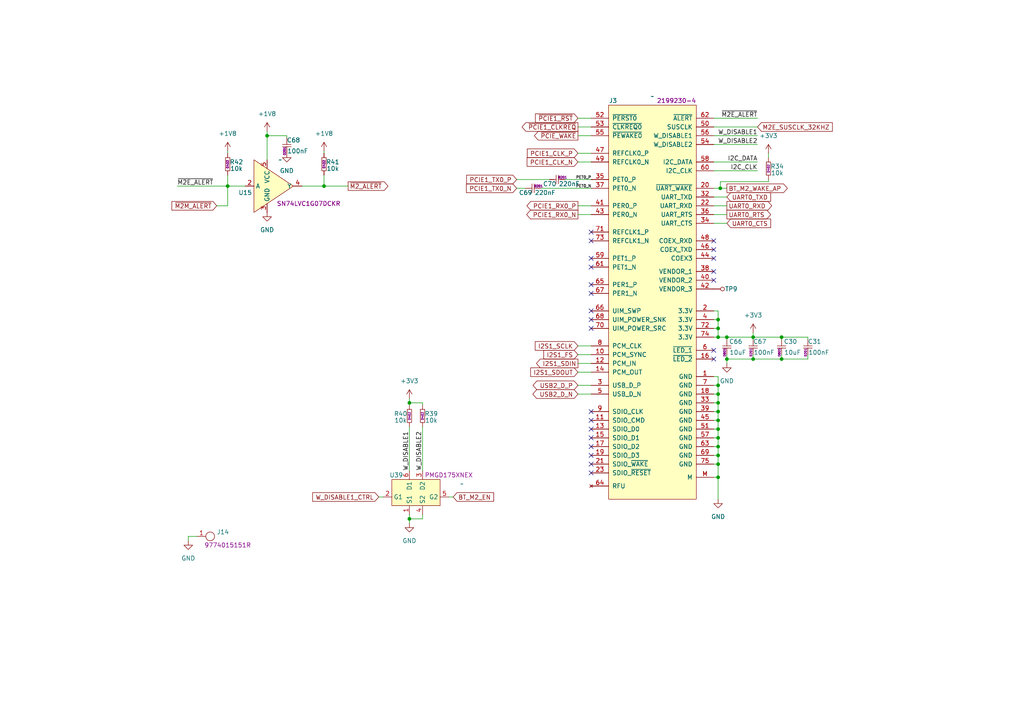
<source format=kicad_sch>
(kicad_sch (version 20230121) (generator eeschema)
  (paper "A4")
  (lib_symbols
    (symbol "antmicro_orin_baseboard:2199230-6" (pin_names (offset 1.016))
      (property "Reference" "J" (at 0 36.83 0))
      (property "Value" "2199230-6" (at 0 34.2931 0))
      (symbol "2199230-6_0_1"
        (rectangle (start -12.7 33.02) (end 12.7 -81.28) (fill (type background)))
      )
      (symbol "2199230-6_1_1"
        (pin power_in line (at 17.78 -45.72 180) (length 5.08) (name "GND") (number "1"))
        (pin bidirectional line (at -17.78 -39.37 0) (length 5.08) (name "PCM_SYNC") (number "10"))
        (pin bidirectional line (at -17.78 -58.42 0) (length 5.08) (name "SDIO_CMD") (number "11"))
        (pin bidirectional line (at -17.78 -41.91 0) (length 5.08) (name "PCM_IN") (number "12"))
        (pin bidirectional line (at -17.78 -60.96 0) (length 5.08) (name "SDIO_D0") (number "13"))
        (pin bidirectional line (at -17.78 -44.45 0) (length 5.08) (name "PCM_OUT") (number "14"))
        (pin bidirectional line (at -17.78 -63.5 0) (length 5.08) (name "SDIO_D1") (number "15"))
        (pin output line (at 17.78 -40.64 180) (length 5.08) (name "~{LED_2}") (number "16"))
        (pin bidirectional line (at -17.78 -66.04 0) (length 5.08) (name "SDIO_D2") (number "17"))
        (pin power_in line (at 17.78 -50.8 180) (length 5.08) (name "GND") (number "18"))
        (pin bidirectional line (at -17.78 -68.58 0) (length 5.08) (name "SDIO_D3") (number "19"))
        (pin power_in line (at 17.78 -26.67 180) (length 5.08) (name "3.3V") (number "2"))
        (pin output line (at 17.78 8.89 180) (length 5.08) (name "~{UART_WAKE}") (number "20"))
        (pin bidirectional line (at -17.78 -71.12 0) (length 5.08) (name "SDIO_~{WAKE}") (number "21"))
        (pin bidirectional line (at 17.78 3.81 180) (length 5.08) (name "UART_RXD") (number "22"))
        (pin input line (at -17.78 -73.66 0) (length 5.08) (name "SDIO_~{RESET}") (number "23"))
        (pin bidirectional line (at -17.78 -48.26 0) (length 5.08) (name "USB_D_P") (number "3"))
        (pin bidirectional line (at 17.78 6.35 180) (length 5.08) (name "UART_TXD") (number "32"))
        (pin power_in line (at 17.78 -53.34 180) (length 5.08) (name "GND") (number "33"))
        (pin bidirectional line (at 17.78 -1.27 180) (length 5.08) (name "UART_CTS") (number "34"))
        (pin input line (at -17.78 11.43 0) (length 5.08) (name "PET0_P") (number "35"))
        (pin bidirectional line (at 17.78 1.27 180) (length 5.08) (name "UART_RTS") (number "36"))
        (pin input line (at -17.78 8.89 0) (length 5.08) (name "PET0_N") (number "37"))
        (pin bidirectional line (at 17.78 -15.24 180) (length 5.08) (name "VENDOR_1") (number "38"))
        (pin power_in line (at 17.78 -55.88 180) (length 5.08) (name "GND") (number "39"))
        (pin power_in line (at 17.78 -29.21 180) (length 5.08) (name "3.3V") (number "4"))
        (pin bidirectional line (at 17.78 -17.78 180) (length 5.08) (name "VENDOR_2") (number "40"))
        (pin output line (at -17.78 3.81 0) (length 5.08) (name "PER0_P") (number "41"))
        (pin bidirectional line (at 17.78 -20.32 180) (length 5.08) (name "VENDOR_3") (number "42"))
        (pin output line (at -17.78 1.27 0) (length 5.08) (name "PER0_N") (number "43"))
        (pin bidirectional line (at 17.78 -11.43 180) (length 5.08) (name "COEX3") (number "44"))
        (pin power_in line (at 17.78 -58.42 180) (length 5.08) (name "GND") (number "45"))
        (pin bidirectional line (at 17.78 -8.89 180) (length 5.08) (name "COEX_TXD") (number "46"))
        (pin input line (at -17.78 19.05 0) (length 5.08) (name "REFCLK0_P") (number "47"))
        (pin bidirectional line (at 17.78 -6.35 180) (length 5.08) (name "COEX_RXD") (number "48"))
        (pin input line (at -17.78 16.51 0) (length 5.08) (name "REFCLK0_N") (number "49"))
        (pin bidirectional line (at -17.78 -50.8 0) (length 5.08) (name "USB_D_N") (number "5"))
        (pin input line (at 17.78 26.67 180) (length 5.08) (name "SUSCLK") (number "50"))
        (pin power_in line (at 17.78 -60.96 180) (length 5.08) (name "GND") (number "51"))
        (pin input line (at -17.78 29.21 0) (length 5.08) (name "~{PERST0}") (number "52"))
        (pin output line (at -17.78 26.67 0) (length 5.08) (name "~{CLKREQ0}") (number "53"))
        (pin input line (at 17.78 21.59 180) (length 5.08) (name "W_DISABLE2") (number "54"))
        (pin output line (at -17.78 24.13 0) (length 5.08) (name "~{PEWAKE0}") (number "55"))
        (pin input line (at 17.78 24.13 180) (length 5.08) (name "W_DISABLE1") (number "56"))
        (pin power_in line (at 17.78 -63.5 180) (length 5.08) (name "GND") (number "57"))
        (pin bidirectional line (at 17.78 16.51 180) (length 5.08) (name "I2C_DATA") (number "58"))
        (pin input line (at -17.78 -11.43 0) (length 5.08) (name "PET1_P") (number "59"))
        (pin output line (at 17.78 -38.1 180) (length 5.08) (name "~{LED_1}") (number "6"))
        (pin bidirectional line (at 17.78 13.97 180) (length 5.08) (name "I2C_CLK") (number "60"))
        (pin input line (at -17.78 -13.97 0) (length 5.08) (name "PET1_N") (number "61"))
        (pin output line (at 17.78 29.21 180) (length 5.08) (name "~{ALERT}") (number "62"))
        (pin power_in line (at 17.78 -66.04 180) (length 5.08) (name "GND") (number "63"))
        (pin no_connect line (at -17.78 -77.47 0) (length 5.08) (name "RFU") (number "64"))
        (pin output line (at -17.78 -19.05 0) (length 5.08) (name "PER1_P") (number "65"))
        (pin bidirectional line (at -17.78 -26.67 0) (length 5.08) (name "UIM_SWP") (number "66"))
        (pin output line (at -17.78 -21.59 0) (length 5.08) (name "PER1_N") (number "67"))
        (pin bidirectional line (at -17.78 -29.21 0) (length 5.08) (name "UIM_POWER_SNK") (number "68"))
        (pin power_in line (at 17.78 -68.58 180) (length 5.08) (name "GND") (number "69"))
        (pin power_in line (at 17.78 -48.26 180) (length 5.08) (name "GND") (number "7"))
        (pin bidirectional line (at -17.78 -31.75 0) (length 5.08) (name "UIM_POWER_SRC") (number "70"))
        (pin input line (at -17.78 -3.81 0) (length 5.08) (name "REFCLK1_P") (number "71"))
        (pin power_in line (at 17.78 -31.75 180) (length 5.08) (name "3.3V") (number "72"))
        (pin input line (at -17.78 -6.35 0) (length 5.08) (name "REFCLK1_N") (number "73"))
        (pin power_in line (at 17.78 -34.29 180) (length 5.08) (name "3.3V") (number "74"))
        (pin power_in line (at 17.78 -71.12 180) (length 5.08) (name "GND") (number "75"))
        (pin bidirectional line (at -17.78 -36.83 0) (length 5.08) (name "PCM_CLK") (number "8"))
        (pin input line (at -17.78 -55.88 0) (length 5.08) (name "SDIO_CLK") (number "9"))
        (pin passive line (at 17.78 -74.93 180) (length 5.08) (name "M") (number "M"))
      )
    )
    (symbol "antmicro_orin_baseboard:TP_SMD_0_75MM" (pin_numbers hide) (pin_names (offset 0))
      (property "Reference" "TP" (at -2.54 1.27 0))
      (symbol "TP_SMD_0_75MM_0_1"
        (circle (center 0 0) (radius 0.5588))
      )
      (symbol "TP_SMD_0_75MM_1_1"
        (pin passive line (at 0 2.54 270) (length 1.905) (name "~") (number "1"))
      )
    )
    (symbol "power:+1V8" (power) (pin_names (offset 0))
      (property "Value" "+1V8" (at 0 3.556 0))
      (symbol "+1V8_0_1"
        (polyline (pts (xy -0.762 1.27) (xy 0 2.54)))
        (polyline (pts (xy 0 0) (xy 0 2.54)))
        (polyline (pts (xy 0 2.54) (xy 0.762 1.27)))
      )
      (symbol "+1V8_1_1"
        (pin power_in line (at 0 0 90) (length 0) hide (name "+1V8") (number "1"))
      )
    )
    (symbol "power:+3V3" (power) (pin_names (offset 0))
      (property "Value" "+3V3" (at 0 3.556 0))
      (symbol "+3V3_0_1"
        (polyline (pts (xy -0.762 1.27) (xy 0 2.54)))
        (polyline (pts (xy 0 0) (xy 0 2.54)))
        (polyline (pts (xy 0 2.54) (xy 0.762 1.27)))
      )
      (symbol "+3V3_1_1"
        (pin power_in line (at 0 0 90) (length 0) hide (name "+3V3") (number "1"))
      )
    )
    (symbol "power:GND" (power) (pin_names (offset 0))
      (property "Value" "GND" (at 0 -3.81 0))
      (symbol "GND_0_1"
        (polyline (pts (xy 0 0) (xy 0 -1.27) (xy 1.27 -1.27) (xy 0 -2.54) (xy -1.27 -1.27) (xy 0 -1.27)))
      )
      (symbol "GND_1_1"
        (pin power_in line (at 0 0 270) (length 0) hide (name "GND") (number "1"))
      )
    )
    (symbol "the_backrooms:PMGD175XNE"
      (property "Reference" "U" (at 0 0 0))
      (property "Value" "PMGD175XNE" (at 0 0 0))
      (symbol "PMGD175XNE_1_1"
        (rectangle (start 2.54 -2.54) (end 16.51 -10.16) (fill (type background)))
        (pin free line (at 7.62 -12.7 90) (length 2.54) (name "S1") (number "1"))
        (pin free line (at 0 -7.62 0) (length 2.54) (name "G1") (number "2"))
        (pin free line (at 11.43 0 270) (length 2.54) (name "D2") (number "3"))
        (pin free line (at 11.43 -12.7 90) (length 2.54) (name "S2") (number "4"))
        (pin free line (at 19.05 -7.62 180) (length 2.54) (name "G2") (number "5"))
        (pin free line (at 7.62 0 270) (length 2.54) (name "D1") (number "6"))
      )
    )
    (symbol "the_backrooms:SN74LVC1G07"
      (property "Reference" "U" (at 0 0 0))
      (symbol "SN74LVC1G07_1_1"
        (polyline (pts (xy -3.81 -7.62) (xy 3.81 -2.54) (xy 7.62 0) (xy 7.62 -15.24) (xy -3.81 -7.62)) (fill (type background)))
        (pin input line (at 10.16 -7.62 180) (length 2.54) (name "A") (number "2"))
        (pin power_in line (at 3.81 -15.24 90) (length 2.54) (name "GND") (number "3"))
        (pin output line (at -6.35 -7.62 0) (length 2.54) (name "Y") (number "4"))
        (pin power_in line (at 3.81 0 270) (length 2.54) (name "VCC") (number "5"))
      )
    )
    (symbol "the_backrooms:cap_0201"
      (property "Reference" "C" (at -0.635 0 0))
      (property "Package/Case" "0201" (at -1.27 1.27 0))
      (symbol "cap_0201_0_1"
        (polyline (pts (xy 1.905 0) (xy 1.905 -1.27)))
        (polyline (pts (xy 2.54 1.27) (xy 2.54 -1.27)))
        (polyline (pts (xy 3.175 0) (xy 2.54 0)))
        (polyline (pts (xy 1.27 0) (xy 1.905 0) (xy 1.905 1.27)))
      )
      (symbol "cap_0201_1_1"
        (pin free line (at 0 0 0) (length 1.27) (name "") (number "1"))
        (pin free line (at 4.445 0 180) (length 1.27) (name "") (number "2"))
      )
    )
    (symbol "the_backrooms:cap_0805"
      (property "Reference" "C" (at 0 0 0))
      (property "Package/Case" "0805" (at 0 0 0))
      (symbol "cap_0805_0_1"
        (polyline (pts (xy 1.905 0) (xy 1.905 -1.27)))
        (polyline (pts (xy 2.54 1.27) (xy 2.54 -1.27)))
        (polyline (pts (xy 3.175 0) (xy 2.54 0)))
        (polyline (pts (xy 1.27 0) (xy 1.905 0) (xy 1.905 1.27)))
      )
      (symbol "cap_0805_1_1"
        (pin free line (at 0 0 0) (length 1.27) (name "") (number "1"))
        (pin free line (at 4.445 0 180) (length 1.27) (name "") (number "2"))
      )
    )
    (symbol "the_backrooms:m.2_mounting"
      (property "Reference" "J" (at 0 0 0))
      (property "Value" "m.2_mounting" (at 0 0 0))
      (symbol "m.2_mounting_0_1"
        (circle (center 1.27 0) (radius 1.27))
      )
      (symbol "m.2_mounting_1_1"
        (pin input line (at -2.54 0 0) (length 2.54) (name "GND") (number "1"))
      )
    )
    (symbol "the_backrooms:res_0402"
      (property "Reference" "R" (at 3.175 -1.905 0))
      (property "Package/Case" "0402" (at -3.175 1.905 0))
      (symbol "res_0402_0_1"
        (rectangle (start 1.27 0.635) (end 5.08 -0.635))
      )
      (symbol "res_0402_1_1"
        (pin free line (at 0 0 0) (length 1.27) (name "") (number "1"))
        (pin free line (at 6.35 0 180) (length 1.27) (name "") (number "2"))
      )
    )
  )
  (junction (at 226.695 104.14))
  (junction (at 208.28 129.54))
  (junction (at 208.28 119.38))
  (junction (at 77.47 39.37))
  (junction (at 210.82 104.14))
  (junction (at 208.28 97.79))
  (junction (at 208.915 54.61))
  (junction (at 208.28 121.92))
  (junction (at 208.28 114.3))
  (junction (at 218.44 97.79))
  (junction (at 93.98 53.975))
  (junction (at 226.695 97.79))
  (junction (at 208.28 111.76))
  (junction (at 218.44 104.14))
  (junction (at 208.28 134.62))
  (junction (at 118.745 150.495))
  (junction (at 208.28 132.08))
  (junction (at 208.28 127))
  (junction (at 208.28 116.84))
  (junction (at 208.28 95.25))
  (junction (at 66.04 53.975))
  (junction (at 210.82 97.79))
  (junction (at 208.28 138.43))
  (junction (at 208.28 92.71))
  (junction (at 118.745 116.84))
  (junction (at 208.28 124.46))
  (no_connect (at 171.45 82.55))
  (no_connect (at 171.45 129.54))
  (no_connect (at 171.45 74.93))
  (no_connect (at 171.45 124.46))
  (no_connect (at 171.45 77.47))
  (no_connect (at 171.45 92.71))
  (no_connect (at 171.45 119.38))
  (no_connect (at 171.45 132.08))
  (no_connect (at 207.01 81.28))
  (no_connect (at 171.45 90.17))
  (no_connect (at 207.01 78.74))
  (no_connect (at 171.45 134.62))
  (no_connect (at 171.45 127))
  (no_connect (at 207.01 72.39))
  (no_connect (at 207.01 101.6))
  (no_connect (at 207.01 104.14))
  (no_connect (at 171.45 95.25))
  (no_connect (at 207.01 74.93))
  (no_connect (at 171.45 137.16))
  (no_connect (at 171.45 67.31))
  (no_connect (at 171.45 121.92))
  (no_connect (at 171.45 85.09))
  (no_connect (at 207.01 69.85))
  (no_connect (at 171.45 69.85))
  (wire (pts (xy 210.82 104.14) (xy 210.82 105.41)))
  (wire (pts (xy 207.01 62.23) (xy 210.82 62.23)))
  (wire (pts (xy 207.01 129.54) (xy 208.28 129.54)))
  (wire (pts (xy 208.915 54.61) (xy 210.82 54.61)))
  (wire (pts (xy 167.64 105.41) (xy 171.45 105.41)))
  (wire (pts (xy 208.28 138.43) (xy 208.28 134.62)))
  (wire (pts (xy 207.01 39.37) (xy 219.71 39.37)))
  (wire (pts (xy 66.04 50.8) (xy 66.04 53.975)))
  (wire (pts (xy 77.47 46.355) (xy 77.47 39.37)))
  (wire (pts (xy 93.98 43.815) (xy 93.98 44.45)))
  (wire (pts (xy 83.185 39.37) (xy 83.185 40.005)))
  (wire (pts (xy 208.28 134.62) (xy 208.28 132.08)))
  (wire (pts (xy 222.885 44.45) (xy 222.885 45.72)))
  (wire (pts (xy 109.855 144.145) (xy 111.125 144.145)))
  (wire (pts (xy 207.01 41.91) (xy 219.71 41.91)))
  (wire (pts (xy 167.64 111.76) (xy 171.45 111.76)))
  (wire (pts (xy 87.63 53.975) (xy 93.98 53.975)))
  (wire (pts (xy 163.83 52.07) (xy 171.45 52.07)))
  (wire (pts (xy 66.04 59.69) (xy 66.04 53.975)))
  (wire (pts (xy 210.82 104.14) (xy 218.44 104.14)))
  (wire (pts (xy 207.01 114.3) (xy 208.28 114.3)))
  (wire (pts (xy 167.64 102.87) (xy 171.45 102.87)))
  (wire (pts (xy 208.28 97.79) (xy 210.82 97.79)))
  (wire (pts (xy 210.82 102.87) (xy 210.82 104.14)))
  (wire (pts (xy 66.04 43.815) (xy 66.04 44.45)))
  (wire (pts (xy 208.28 121.92) (xy 207.01 121.92)))
  (wire (pts (xy 208.28 138.43) (xy 208.28 144.78)))
  (wire (pts (xy 226.695 97.79) (xy 226.695 98.425)))
  (wire (pts (xy 208.28 119.38) (xy 208.28 121.92)))
  (wire (pts (xy 218.44 96.52) (xy 218.44 97.79)))
  (wire (pts (xy 51.435 53.975) (xy 66.04 53.975)))
  (wire (pts (xy 167.64 39.37) (xy 171.45 39.37)))
  (wire (pts (xy 234.315 102.87) (xy 234.315 104.14)))
  (wire (pts (xy 207.01 124.46) (xy 208.28 124.46)))
  (wire (pts (xy 208.28 114.3) (xy 208.28 116.84)))
  (wire (pts (xy 118.745 150.495) (xy 118.745 151.765)))
  (wire (pts (xy 54.61 155.575) (xy 57.15 155.575)))
  (wire (pts (xy 122.555 116.84) (xy 122.555 117.475)))
  (wire (pts (xy 234.315 97.79) (xy 234.315 98.425)))
  (wire (pts (xy 208.28 127) (xy 207.01 127)))
  (wire (pts (xy 207.01 138.43) (xy 208.28 138.43)))
  (wire (pts (xy 208.28 116.84) (xy 207.01 116.84)))
  (wire (pts (xy 208.28 129.54) (xy 208.28 127)))
  (wire (pts (xy 208.28 124.46) (xy 208.28 121.92)))
  (wire (pts (xy 167.64 44.45) (xy 171.45 44.45)))
  (wire (pts (xy 122.555 123.825) (xy 122.555 136.525)))
  (wire (pts (xy 149.86 52.07) (xy 159.385 52.07)))
  (wire (pts (xy 118.745 115.57) (xy 118.745 116.84)))
  (wire (pts (xy 208.28 119.38) (xy 208.28 116.84)))
  (wire (pts (xy 167.64 34.29) (xy 171.45 34.29)))
  (wire (pts (xy 208.28 97.79) (xy 207.01 97.79)))
  (wire (pts (xy 222.885 52.705) (xy 222.885 52.07)))
  (wire (pts (xy 207.01 46.99) (xy 219.71 46.99)))
  (wire (pts (xy 167.64 62.23) (xy 171.45 62.23)))
  (wire (pts (xy 149.86 54.61) (xy 152.4 54.61)))
  (wire (pts (xy 122.555 150.495) (xy 118.745 150.495)))
  (wire (pts (xy 122.555 149.225) (xy 122.555 150.495)))
  (wire (pts (xy 118.745 123.825) (xy 118.745 136.525)))
  (wire (pts (xy 208.28 132.08) (xy 207.01 132.08)))
  (wire (pts (xy 167.64 59.69) (xy 171.45 59.69)))
  (wire (pts (xy 156.845 54.61) (xy 171.45 54.61)))
  (wire (pts (xy 93.98 53.975) (xy 100.965 53.975)))
  (wire (pts (xy 167.64 114.3) (xy 171.45 114.3)))
  (wire (pts (xy 208.28 124.46) (xy 208.28 127)))
  (wire (pts (xy 208.28 114.3) (xy 208.28 111.76)))
  (wire (pts (xy 218.44 104.14) (xy 226.695 104.14)))
  (wire (pts (xy 207.01 36.83) (xy 219.71 36.83)))
  (wire (pts (xy 208.28 129.54) (xy 208.28 132.08)))
  (wire (pts (xy 210.82 97.79) (xy 210.82 98.425)))
  (wire (pts (xy 118.745 116.84) (xy 122.555 116.84)))
  (wire (pts (xy 118.745 150.495) (xy 118.745 149.225)))
  (wire (pts (xy 226.695 97.79) (xy 234.315 97.79)))
  (wire (pts (xy 207.01 54.61) (xy 208.915 54.61)))
  (wire (pts (xy 208.28 95.25) (xy 208.28 97.79)))
  (wire (pts (xy 234.315 104.14) (xy 226.695 104.14)))
  (wire (pts (xy 210.82 97.79) (xy 218.44 97.79)))
  (wire (pts (xy 207.01 34.29) (xy 219.71 34.29)))
  (wire (pts (xy 207.01 90.17) (xy 208.28 90.17)))
  (wire (pts (xy 77.47 39.37) (xy 83.185 39.37)))
  (wire (pts (xy 167.64 107.95) (xy 171.45 107.95)))
  (wire (pts (xy 208.915 54.61) (xy 208.915 52.705)))
  (wire (pts (xy 208.28 109.22) (xy 208.28 111.76)))
  (wire (pts (xy 218.44 104.14) (xy 218.44 102.87)))
  (wire (pts (xy 54.61 155.575) (xy 54.61 156.845)))
  (wire (pts (xy 207.01 57.15) (xy 210.82 57.15)))
  (wire (pts (xy 208.28 92.71) (xy 208.28 95.25)))
  (wire (pts (xy 207.01 59.69) (xy 210.82 59.69)))
  (wire (pts (xy 207.01 49.53) (xy 219.71 49.53)))
  (wire (pts (xy 77.47 38.1) (xy 77.47 39.37)))
  (wire (pts (xy 208.915 52.705) (xy 222.885 52.705)))
  (wire (pts (xy 93.98 50.8) (xy 93.98 53.975)))
  (wire (pts (xy 118.745 116.84) (xy 118.745 117.475)))
  (wire (pts (xy 208.28 95.25) (xy 207.01 95.25)))
  (wire (pts (xy 167.64 100.33) (xy 171.45 100.33)))
  (wire (pts (xy 208.28 90.17) (xy 208.28 92.71)))
  (wire (pts (xy 208.28 92.71) (xy 207.01 92.71)))
  (wire (pts (xy 208.28 111.76) (xy 207.01 111.76)))
  (wire (pts (xy 62.865 59.69) (xy 66.04 59.69)))
  (wire (pts (xy 167.64 36.83) (xy 171.45 36.83)))
  (wire (pts (xy 207.01 119.38) (xy 208.28 119.38)))
  (wire (pts (xy 207.01 64.77) (xy 210.82 64.77)))
  (wire (pts (xy 66.04 53.975) (xy 71.12 53.975)))
  (wire (pts (xy 226.695 104.14) (xy 226.695 102.87)))
  (wire (pts (xy 218.44 97.79) (xy 218.44 98.425)))
  (wire (pts (xy 130.175 144.145) (xy 131.445 144.145)))
  (wire (pts (xy 207.01 109.22) (xy 208.28 109.22)))
  (wire (pts (xy 207.01 134.62) (xy 208.28 134.62)))
  (wire (pts (xy 167.64 46.99) (xy 171.45 46.99)))
  (wire (pts (xy 218.44 97.79) (xy 226.695 97.79)))
  (label "I2C_CLK" (at 219.71 49.53 180))
  (label "W_DISABLE1" (at 118.745 136.525 90))
  (label "~{M2E_ALERT}" (at 51.435 53.975 0))
  (label "~{M2E_ALERT}" (at 219.71 34.29 180))
  (label "PET0_P" (at 167.005 52.07 0) (effects (font (size 0.8 0.8))))
  (label "I2C_DATA" (at 219.71 46.99 180))
  (label "PET0_N" (at 167.005 54.61 0) (effects (font (size 0.8 0.8))))
  (label "W_DISABLE2" (at 219.71 41.91 180))
  (label "W_DISABLE2" (at 122.555 136.525 90))
  (label "W_DISABLE1" (at 219.71 39.37 180))
  (global_label "PCIE1_TX0_P" (shape input) (at 149.86 52.07 180) (property "Intersheetrefs" "${INTERSHEET_REFS}" (at 134.7797 52.07 0) (effects (justify right))))
  (global_label "UART0_TXD" (shape input) (at 210.82 57.15 0) (property "Intersheetrefs" "${INTERSHEET_REFS}" (at 224.0861 57.15 0) (effects (justify left))))
  (global_label "W_DISABLE1_CTRL" (shape input) (at 109.855 144.145 180) (property "Intersheetrefs" "${INTERSHEET_REFS}" (at 90.118 144.145 0) (effects (justify right))))
  (global_label "~{PCIE1_CLKREQ}" (shape output) (at 167.64 36.83 180) (property "Intersheetrefs" "${INTERSHEET_REFS}" (at 150.8663 36.83 0) (effects (justify right))))
  (global_label "I2S1_SDIN" (shape output) (at 167.64 105.41 180) (property "Intersheetrefs" "${INTERSHEET_REFS}" (at 155.0391 105.41 0) (effects (justify right))))
  (global_label "PCIE1_TX0_N" (shape input) (at 149.86 54.61 180) (property "Intersheetrefs" "${INTERSHEET_REFS}" (at 134.7192 54.61 0) (effects (justify right))))
  (global_label "PCIE1_RX0_N" (shape output) (at 167.64 62.23 180) (property "Intersheetrefs" "${INTERSHEET_REFS}" (at 152.1968 62.23 0) (effects (justify right))))
  (global_label "~{M2_ALERT}" (shape output) (at 100.965 53.975 0) (property "Intersheetrefs" "${INTERSHEET_REFS}" (at 113.082 53.975 0) (effects (justify left))))
  (global_label "BT_M2_WAKE_AP" (shape output) (at 210.82 54.61 0) (property "Intersheetrefs" "${INTERSHEET_REFS}" (at 228.9241 54.61 0) (effects (justify left))))
  (global_label "~{PCIE_WAKE}" (shape output) (at 167.64 39.37 180) (property "Intersheetrefs" "${INTERSHEET_REFS}" (at 154.4344 39.37 0) (effects (justify right))))
  (global_label "~{PCIE1_RST}" (shape input) (at 167.64 34.29 180) (property "Intersheetrefs" "${INTERSHEET_REFS}" (at 154.7368 34.29 0) (effects (justify right))))
  (global_label "UART0_CTS" (shape input) (at 210.82 64.77 0) (property "Intersheetrefs" "${INTERSHEET_REFS}" (at 224.0861 64.77 0) (effects (justify left))))
  (global_label "UART0_RTS" (shape output) (at 210.82 62.23 0) (property "Intersheetrefs" "${INTERSHEET_REFS}" (at 224.0861 62.23 0) (effects (justify left))))
  (global_label "I2S1_SCLK" (shape input) (at 167.64 100.33 180) (property "Intersheetrefs" "${INTERSHEET_REFS}" (at 154.6763 100.33 0) (effects (justify right))))
  (global_label "PCIE1_CLK_P" (shape input) (at 167.64 44.45 180) (property "Intersheetrefs" "${INTERSHEET_REFS}" (at 152.3782 44.45 0) (effects (justify right))))
  (global_label "BT_M2_EN" (shape input) (at 131.445 144.145 0) (property "Intersheetrefs" "${INTERSHEET_REFS}" (at 143.7434 144.145 0) (effects (justify left))))
  (global_label "PCIE1_RX0_P" (shape output) (at 167.64 59.69 180) (property "Intersheetrefs" "${INTERSHEET_REFS}" (at 152.2573 59.69 0) (effects (justify right))))
  (global_label "PCIE1_CLK_N" (shape input) (at 167.64 46.99 180) (property "Intersheetrefs" "${INTERSHEET_REFS}" (at 152.3177 46.99 0) (effects (justify right))))
  (global_label "USB2_D_P" (shape bidirectional) (at 167.64 111.76 180) (property "Intersheetrefs" "${INTERSHEET_REFS}" (at 154.0488 111.76 0) (effects (justify right))))
  (global_label "I2S1_FS" (shape input) (at 167.64 102.87 180) (property "Intersheetrefs" "${INTERSHEET_REFS}" (at 157.1558 102.87 0) (effects (justify right))))
  (global_label "M2E_SUSCLK_32KHZ" (shape input) (at 219.71 36.83 0) (property "Intersheetrefs" "${INTERSHEET_REFS}" (at 241.9869 36.83 0) (effects (justify left))))
  (global_label "~{M2M_ALERT}" (shape input) (at 62.865 59.69 180) (property "Intersheetrefs" "${INTERSHEET_REFS}" (at 49.2966 59.69 0) (effects (justify right))))
  (global_label "UART0_RXD" (shape output) (at 210.82 59.69 0) (property "Intersheetrefs" "${INTERSHEET_REFS}" (at 224.3885 59.69 0) (effects (justify left))))
  (global_label "I2S1_SDOUT" (shape input) (at 167.64 107.95 180) (property "Intersheetrefs" "${INTERSHEET_REFS}" (at 153.3458 107.95 0) (effects (justify right))))
  (global_label "USB2_D_N" (shape bidirectional) (at 167.64 114.3 180) (property "Intersheetrefs" "${INTERSHEET_REFS}" (at 153.9883 114.3 0) (effects (justify right))))
  (symbol (lib_id "power:+3V3") (at 118.745 115.57 0) (unit 1)
    (property "Reference" "#PWR0130" (effects hide))
    (property "Value" "+3V3" (at 118.745 110.49 0))
  )
  (symbol (lib_id "power:GND") (at 210.82 105.41 0) (unit 1)
    (property "Reference" "#PWR0133" (effects hide))
    (property "Value" "GND" (at 210.82 110.49 0))
  )
  (symbol (lib_id "the_backrooms:PMGD175XNE") (at 111.125 136.525 0) (unit 1)
    (property "Reference" "U39" (at 114.935 137.795 0))
    (property "Value" "~" (at 133.985 140.335 0))
    (property "Footprint" "the_backrooms:PMGD175XNE" (effects hide))
    (property "Datasheet" "https://www.mouser.de/datasheet/2/916/PMGD175XNE-2938677.pdf" (effects hide))
    (property "Mfr. No." "PMGD175XNEX" (at 130.175 137.795 0))
    (property "Package/Case" "TSSOP-6" (effects hide))
    (property "Description" "MOSFET PMGD175XNE/SOT363/SC-88" (effects hide))
  )
  (symbol (lib_id "the_backrooms:res_0402") (at 122.555 117.475 270) (unit 1)
    (property "Reference" "R39" (at 125.095 120.015 90))
    (property "Value" "10k" (at 125.095 121.92 90))
    (property "Footprint" "the_backrooms:0402_res" (effects hide))
    (property "Package/Case" "0402" (at 122.555 120.65 0) (effects (font (size 0.635 0.635))))
    (property "Mfr. No." "MCS04020C1002FE000" (effects hide))
  )
  (symbol (lib_id "power:+1V8") (at 66.04 43.815 0) (unit 1)
    (property "Reference" "#PWR0139" (effects hide))
    (property "Value" "+1V8" (at 66.04 38.735 0))
  )
  (symbol (lib_id "the_backrooms:cap_0201") (at 156.845 54.61 180) (unit 1)
    (property "Reference" "C69" (at 150.495 55.88 0) (effects (justify right)))
    (property "Value" "220nF" (at 158.115 55.88 0))
    (property "Footprint" "the_backrooms:cap_0201" (effects hide))
    (property "Package/Case" "0201" (at 154.94 53.975 0) (effects (font (size 0.635 0.635)) (justify right)))
    (property "Mfr. No." "GRM033R61E224KE01J" (effects hide))
  )
  (symbol (lib_id "the_backrooms:cap_0805") (at 210.82 102.87 90) (unit 1)
    (property "Reference" "C66" (at 211.455 99.06 90) (effects (justify right)))
    (property "Value" "10uF" (at 213.995 102.235 90))
    (property "Footprint" "the_backrooms:0805" (effects hide))
    (property "Package/Case" "0805" (at 210.185 100.965 0) (effects (font (size 0.635 0.635)) (justify right)))
    (property "Mfr. No." "GRM21BR71A106KA73K" (effects hide))
  )
  (symbol (lib_id "the_backrooms:res_0402") (at 118.745 117.475 90) (mirror x) (unit 1)
    (property "Reference" "R40" (at 116.205 120.015 90))
    (property "Value" "10k" (at 116.205 121.92 90))
    (property "Footprint" "the_backrooms:0402_res" (effects hide))
    (property "Package/Case" "0402" (at 118.745 120.65 0) (effects (font (size 0.635 0.635))))
    (property "Mfr. No." "MCS04020C1002FE000" (effects hide))
  )
  (symbol (lib_id "the_backrooms:cap_0805") (at 226.695 102.87 90) (unit 1)
    (property "Reference" "C30" (at 227.33 99.06 90) (effects (justify right)))
    (property "Value" "10uF" (at 229.87 102.235 90))
    (property "Footprint" "the_backrooms:0805" (effects hide))
    (property "Package/Case" "0805" (at 226.06 100.965 0) (effects (font (size 0.635 0.635)) (justify right)))
    (property "Mfr. No." "GRM21BR71A106KA73K" (effects hide))
  )
  (symbol (lib_id "power:+1V8") (at 77.47 38.1 0) (unit 1)
    (property "Reference" "#PWR0142" (effects hide))
    (property "Value" "+1V8" (at 77.47 33.02 0))
  )
  (symbol (lib_id "power:+1V8") (at 93.98 43.815 0) (unit 1)
    (property "Reference" "#PWR0143" (effects hide))
    (property "Value" "+1V8" (at 93.98 38.735 0))
  )
  (symbol (lib_id "the_backrooms:res_0402") (at 222.885 45.72 270) (unit 1)
    (property "Reference" "R34" (at 225.425 48.26 90))
    (property "Value" "10k" (at 225.425 50.165 90))
    (property "Footprint" "the_backrooms:0402_res" (effects hide))
    (property "Package/Case" "0402" (at 222.885 48.895 0) (effects (font (size 0.635 0.635))))
    (property "Mfr. No." "MCS04020C1002FE000" (effects hide))
  )
  (symbol (lib_id "the_backrooms:res_0402") (at 93.98 44.45 270) (unit 1)
    (property "Reference" "R41" (at 96.52 46.99 90))
    (property "Value" "10k" (at 96.52 48.895 90))
    (property "Footprint" "the_backrooms:0402_res" (effects hide))
    (property "Package/Case" "0402" (at 93.98 47.625 0) (effects (font (size 0.635 0.635))))
    (property "Mfr. No." "MCS04020C1002FE000" (effects hide))
  )
  (symbol (lib_id "power:GND") (at 208.28 144.78 0) (unit 1)
    (property "Reference" "#PWR0128" (effects hide))
    (property "Value" "GND" (at 208.28 149.86 0))
  )
  (symbol (lib_id "antmicro_orin_baseboard:2199230-6") (at 189.23 63.5 0) (unit 1)
    (property "Reference" "J3" (at 177.8 29.21 0))
    (property "Value" "~" (at 189.23 27.94 0))
    (property "Footprint" "the_backrooms:2199230-4" (effects hide))
    (property "Datasheet" "https://www.mouser.de/datasheet/2/418/7/ENG_CD_2199230_B3-2029500.pdf" (effects hide))
    (property "MPN" "2199230-6 " (effects hide))
    (property "Manufacturer" "TE Connectivity " (effects hide))
    (property "Mfr. No." "2199230-4" (at 196.215 29.21 0))
    (property "Description" "PCI Express/PCI Connectors .5PITCH 4.2H KEY E EMBOSS NGFF MINICARD" (effects hide))
  )
  (symbol (lib_id "the_backrooms:res_0402") (at 66.04 44.45 270) (unit 1)
    (property "Reference" "R42" (at 68.58 46.99 90))
    (property "Value" "10k" (at 68.58 48.895 90))
    (property "Footprint" "the_backrooms:0402_res" (effects hide))
    (property "Package/Case" "0402" (at 66.04 47.625 0) (effects (font (size 0.635 0.635))))
    (property "Mfr. No." "MCS04020C1002FE000" (effects hide))
  )
  (symbol (lib_id "power:GND") (at 83.185 44.45 0) (unit 1)
    (property "Reference" "#PWR0141" (effects hide))
    (property "Value" "GND" (at 83.185 49.53 0))
  )
  (symbol (lib_id "power:GND") (at 118.745 151.765 0) (unit 1)
    (property "Reference" "#PWR0131" (effects hide))
    (property "Value" "GND" (at 118.745 156.845 0))
  )
  (symbol (lib_id "the_backrooms:cap_0201") (at 218.44 102.87 90) (unit 1)
    (property "Reference" "C67" (at 218.44 99.06 90) (effects (justify right)))
    (property "Value" "100nF" (at 221.615 102.235 90))
    (property "Footprint" "the_backrooms:cap_0201" (effects hide))
    (property "Package/Case" "0201" (at 217.805 100.965 0) (effects (font (size 0.635 0.635)) (justify right)))
    (property "Mfr. No." "GRM033R61E104KE14J" (effects hide))
  )
  (symbol (lib_id "antmicro_orin_baseboard:TP_SMD_0_75MM") (at 209.55 83.82 90) (unit 1) (in_bom no)
    (property "Reference" "TP9" (at 212.09 83.82 90))
    (property "Value" "TP_SMD_0_75MM" (effects hide))
    (property "Footprint" "jetson-orin-baseboard-footprints:Testpoint_smd_0_75mm" (effects hide))
  )
  (symbol (lib_id "the_backrooms:cap_0201") (at 83.185 44.45 90) (unit 1)
    (property "Reference" "C68" (at 83.185 40.64 90) (effects (justify right)))
    (property "Value" "100nF" (at 86.36 43.815 90))
    (property "Footprint" "the_backrooms:cap_0201" (effects hide))
    (property "Package/Case" "0201" (at 82.55 42.545 0) (effects (font (size 0.635 0.635)) (justify right)))
    (property "Mfr. No." "GRM033R61E104KE14J" (effects hide))
  )
  (symbol (lib_id "power:GND") (at 77.47 61.595 0) (unit 1)
    (property "Reference" "#PWR0140" (effects hide))
    (property "Value" "GND" (at 77.47 66.675 0))
  )
  (symbol (lib_id "the_backrooms:m.2_mounting") (at 59.69 155.575 0) (unit 1)
    (property "Reference" "J14" (at 62.865 154.305 0) (effects (justify left)))
    (property "Footprint" "the_backrooms:m.2_mounting" (effects hide))
    (property "Datasheet" "https://katalog.we-online.com/em/datasheet/9774015151R.pdf" (effects hide))
    (property "Mfr. No." "9774015151R" (at 66.04 158.115 0))
    (property "Description" "Standoffs & Spacers WA-SMSI SMT Steel M2.5 Intrnl NonStop" (effects hide))
  )
  (symbol (lib_id "power:GND") (at 54.61 156.845 0) (unit 1)
    (property "Reference" "#PWR0129" (effects hide))
    (property "Value" "GND" (at 54.61 161.925 0))
  )
  (symbol (lib_id "power:+3V3") (at 222.885 44.45 0) (unit 1)
    (property "Reference" "#PWR0135" (effects hide))
    (property "Value" "+3V3" (at 222.885 39.37 0))
  )
  (symbol (lib_id "power:+3V3") (at 218.44 96.52 0) (unit 1)
    (property "Reference" "#PWR0134" (effects hide))
    (property "Value" "+3V3" (at 218.44 91.44 0))
  )
  (symbol (lib_id "the_backrooms:cap_0201") (at 234.315 102.87 90) (unit 1)
    (property "Reference" "C31" (at 234.315 99.06 90) (effects (justify right)))
    (property "Value" "100nF" (at 237.49 102.235 90))
    (property "Footprint" "the_backrooms:cap_0201" (effects hide))
    (property "Package/Case" "0201" (at 233.68 100.965 0) (effects (font (size 0.635 0.635)) (justify right)))
    (property "Mfr. No." "GRM033R61E104KE14J" (effects hide))
  )
  (symbol (lib_id "the_backrooms:cap_0201") (at 163.83 52.07 180) (unit 1)
    (property "Reference" "C70" (at 157.48 53.34 0) (effects (justify right)))
    (property "Value" "220nF" (at 165.1 53.34 0))
    (property "Footprint" "the_backrooms:cap_0201" (effects hide))
    (property "Package/Case" "0201" (at 161.925 51.435 0) (effects (font (size 0.635 0.635)) (justify right)))
    (property "Mfr. No." "GRM033R61E224KE01J" (effects hide))
  )
  (symbol (lib_id "the_backrooms:SN74LVC1G07") (at 81.28 46.355 0) (mirror y) (unit 1)
    (property "Reference" "U15" (at 71.12 55.88 0))
    (property "Value" "~" (at 81.28 46.355 0))
    (property "Footprint" "the_backrooms:SN74LVC1G07" (effects hide))
    (property "Datasheet" "https://www.ti.com/lit/ds/symlink/sn74lvc1g07.pdf?HQS=dis-mous-null-mousermode-dsf-pf-null-wwe&ts=1689568647483&ref_url=https%253A%252F%252Fwww.mouser.com%252F" (effects hide))
    (property "Mfr. No." "SN74LVC1G07DCKR" (at 89.535 59.055 0))
    (property "Package/Case" " SC70-5" (effects hide))
    (property "Description" "Buffers & Line Drivers Single w/ OD" (effects hide))
  )
)
</source>
